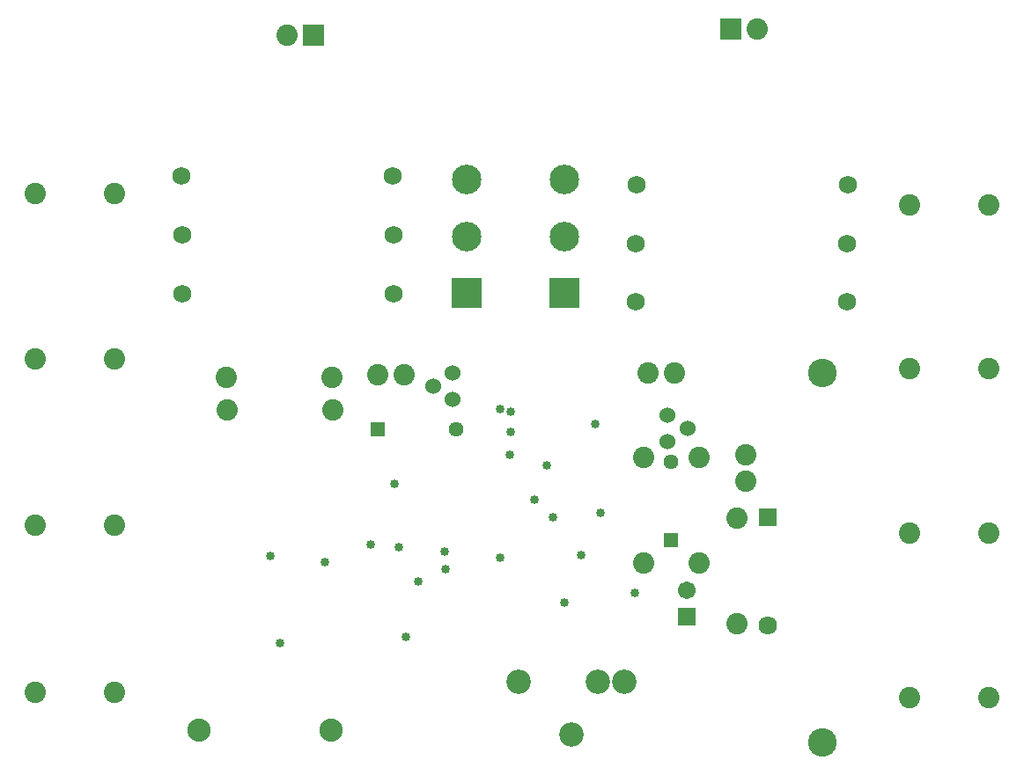
<source format=gbr>
G04*
G04 #@! TF.GenerationSoftware,Altium Limited,Altium Designer,24.0.1 (36)*
G04*
G04 Layer_Color=16711935*
%FSLAX44Y44*%
%MOMM*%
G71*
G04*
G04 #@! TF.SameCoordinates,8FF7991A-89D8-4168-8CAE-93076DC636D7*
G04*
G04*
G04 #@! TF.FilePolarity,Negative*
G04*
G01*
G75*
%ADD35C,2.0532*%
%ADD36C,2.8432*%
%ADD37R,2.8432X2.8432*%
%ADD38C,2.2352*%
%ADD39C,1.4412*%
%ADD40R,1.4412X1.4412*%
%ADD41C,2.0532*%
%ADD42R,2.0532X2.0532*%
%ADD43C,1.5240*%
%ADD44C,1.7272*%
%ADD45R,1.7932X1.7932*%
%ADD46C,1.7932*%
%ADD47C,1.7112*%
%ADD48R,1.7112X1.7112*%
%ADD49C,2.3532*%
%ADD50C,2.7432*%
%ADD51R,1.4412X1.4412*%
%ADD52C,0.8532*%
D35*
X225298Y355346D02*
D03*
X326898D02*
D03*
X715772Y148844D02*
D03*
Y250444D02*
D03*
X370332Y388874D02*
D03*
X395732D02*
D03*
X225044Y386588D02*
D03*
X326644D02*
D03*
X282956Y716026D02*
D03*
X724662Y286512D02*
D03*
Y311912D02*
D03*
X630428Y390906D02*
D03*
X655828D02*
D03*
X626110Y309372D02*
D03*
Y207772D02*
D03*
X679704Y309372D02*
D03*
Y207772D02*
D03*
X735584Y721868D02*
D03*
D36*
X549656Y576470D02*
D03*
Y521970D02*
D03*
X456184D02*
D03*
Y576470D02*
D03*
D37*
X549656Y467470D02*
D03*
X456184D02*
D03*
D38*
X325628Y46736D02*
D03*
X198628D02*
D03*
D39*
X446117Y336042D02*
D03*
X652272Y304639D02*
D03*
D40*
X370747Y336042D02*
D03*
D41*
X40894Y244094D02*
D03*
X117094D02*
D03*
X40894Y563372D02*
D03*
X117094D02*
D03*
X40894Y83566D02*
D03*
X117094D02*
D03*
X40894Y403860D02*
D03*
X117094D02*
D03*
X958088Y78232D02*
D03*
X881888D02*
D03*
X958088Y552450D02*
D03*
X881888D02*
D03*
X958088Y394716D02*
D03*
X881888D02*
D03*
X958088Y236474D02*
D03*
X881888D02*
D03*
D42*
X308356Y716026D02*
D03*
X710184Y721868D02*
D03*
D43*
X442722Y364998D02*
D03*
X423672Y377698D02*
D03*
X442722Y390398D02*
D03*
X648970Y324612D02*
D03*
X668020Y337312D02*
D03*
X648970Y350012D02*
D03*
D44*
X182626Y466598D02*
D03*
X385826D02*
D03*
X182024Y523588D02*
D03*
X385224D02*
D03*
X181864Y580136D02*
D03*
X385064D02*
D03*
X822198Y571500D02*
D03*
X618998D02*
D03*
X821944Y458978D02*
D03*
X618744D02*
D03*
X821944Y515366D02*
D03*
X618744D02*
D03*
D45*
X745744Y251444D02*
D03*
D46*
Y147844D02*
D03*
D47*
X667258Y181610D02*
D03*
D48*
Y156210D02*
D03*
D49*
X557022Y42164D02*
D03*
X506222Y92964D02*
D03*
X582422D02*
D03*
X607822D02*
D03*
D50*
X797560Y35052D02*
D03*
Y390652D02*
D03*
D51*
X652272Y229269D02*
D03*
D52*
X538988Y251968D02*
D03*
X276606Y130556D02*
D03*
X487680Y213106D02*
D03*
X565824Y215118D02*
D03*
X549910Y169672D02*
D03*
X386080Y284226D02*
D03*
X319786Y208534D02*
D03*
X409623Y189575D02*
D03*
X579628Y341122D02*
D03*
X390906Y222758D02*
D03*
X617982Y178562D02*
D03*
X584705Y255788D02*
D03*
X532638Y301752D02*
D03*
X397510Y136652D02*
D03*
X521369Y268379D02*
D03*
X434340Y218948D02*
D03*
X363728Y225806D02*
D03*
X266954Y214630D02*
D03*
X435864Y201676D02*
D03*
X487680Y355938D02*
D03*
X498094Y353314D02*
D03*
X497332Y311912D02*
D03*
X498348Y333502D02*
D03*
M02*

</source>
